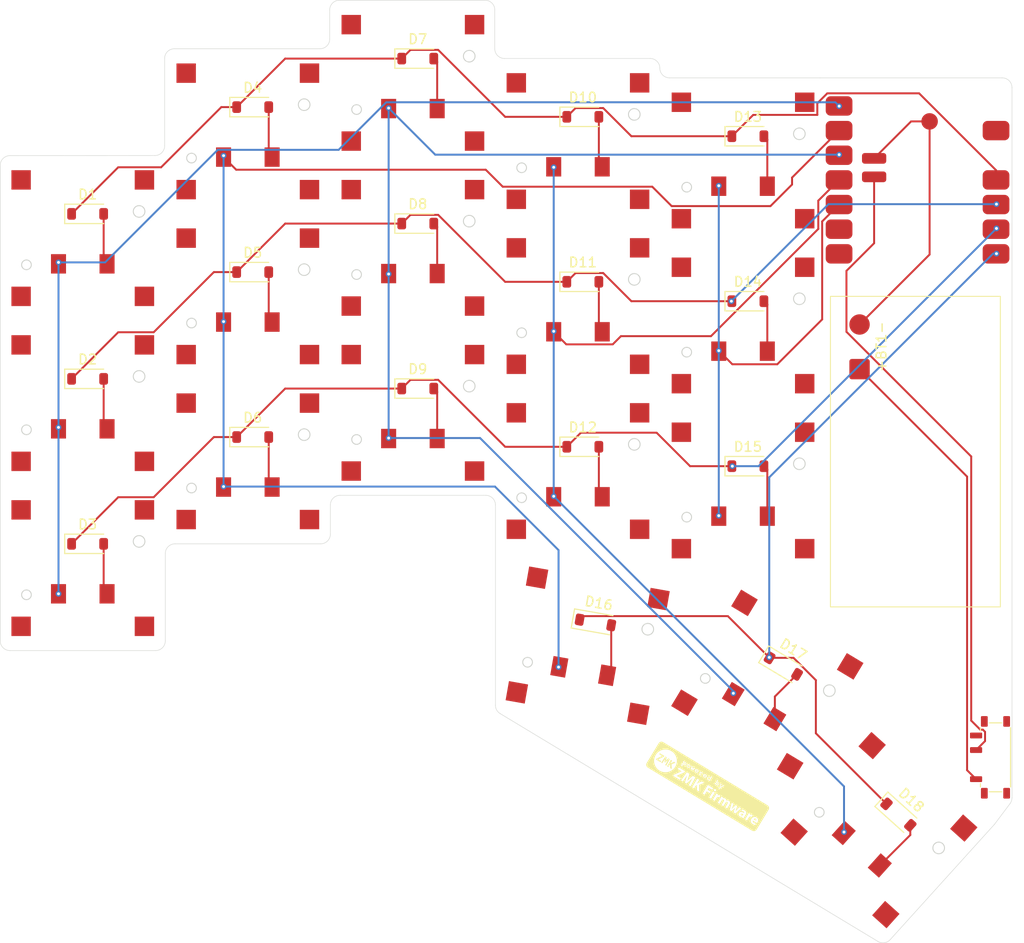
<source format=kicad_pcb>
(kicad_pcb (version 20240108) (generator "pcbnew") (generator_version "8.0")
  (layers (0 "F.Cu" signal) (31 "B.Cu" signal) (34 "B.Paste" user) (35 "F.Paste" user) (36 "B.SilkS" user "B.Silkscreen") (37 "F.SilkS" user "F.Silkscreen") (38 "B.Mask" user) (39 "F.Mask" user) (44 "Edge.Cuts" user))
  (net 0 "")
  (net 4 "Net-(BT1--)")
  (net 5 "Net-(BT1-+)")
  (net 6 "Net-(U2-BAT)")
  (net 7 "Net-(D1-A)")
  (net 8 "Net-(U2-P0.02_A0_D0)")
  (net 9 "Net-(D6-A)")
  (net 10 "Net-(D11-A)")
  (net 11 "Net-(U2-P0.03_A1_D1)")
  (net 12 "Net-(D2-A)")
  (net 13 "Net-(D7-A)")
  (net 14 "Net-(D12-A)")
  (net 15 "Net-(U2-P0.28_A2_D2)")
  (net 16 "Net-(D3-A)")
  (net 17 "Net-(D8-A)")
  (net 18 "Net-(D13-A)")
  (net 19 "Net-(U2-P0.29_A3_D3)")
  (net 20 "Net-(D4-A)")
  (net 21 "Net-(D9-A)")
  (net 22 "Net-(D14-A)")
  (net 23 "Net-(D5-A)")
  (net 24 "Net-(U2-P0.04_A4_D4_SDA)")
  (net 25 "Net-(D10-A)")
  (net 26 "Net-(D15-A)")
  (net 27 "Net-(D16-A)")
  (net 28 "Net-(D17-A)")
  (net 29 "Net-(D18-A)")
  (net 30 "Net-(D11-K)")
  (net 31 "Net-(D1-K)")
  (net 32 "Net-(D12-K)")
  (net 33 "Net-(D16-K)")
  (footprint "Diode_SMD:D_SOD-123" (layer "F.Cu") (at 68.5 6.5)
    (property "Reference" "D14")
    (property "Value" "1N4148W")
  )
  (footprint "Diode_SMD:D_SOD-123" (layer "F.Cu") (at 51.5 21.5)
    (property "Reference" "D12")
    (property "Value" "1N4148W")
  )
  (footprint "Diode_SMD:D_SOD-123" (layer "F.Cu") (at 68.5 -10.5)
    (property "Reference" "D13")
    (property "Value" "1N4148W")
  )
  (footprint "Diode_SMD:D_SOD-123" (layer "F.Cu") (at 17.5 -13.5)
    (property "Reference" "D4")
    (property "Value" "1N4148W")
  )
  (footprint "Diode_SMD:D_SOD-123" (layer "F.Cu") (at 72.15 44.1 -31)
    (property "Reference" "D17")
    (property "Value" "1N4148W")
  )
  (footprint "mikefive:CPG1316S01D02_mikeholscher" (layer "F.Cu") (at 70.5 46 -31)
    (property "Reference" "S17" (hide yes))
    (property "Value" "Keyswitch" (hide yes))
    (fp_circle (center -5.8 2.75) (end -5.3 2.75) (stroke (width 0.1)) (fill none) (layer "Edge.Cuts"))
    (fp_circle (center 5.8 -2.75) (end 6.4 -2.749999) (stroke (width 0.1)) (fill none) (layer "Edge.Cuts"))
  )
  (footprint "ScottoKeebs_Scotto:Standoff_M2x6mm" (layer "F.Cu") (at 79.5 35.5)
    (property "Reference" "H1" (hide yes))
    (property "Value" "Mounting_Hole" (hide yes))
  )
  (footprint "Diode_SMD:D_SOD-123" (layer "F.Cu") (at 51.5 4.5)
    (property "Reference" "D11")
    (property "Value" "1N4148W")
  )
  (footprint "Diode_SMD:D_SOD-123" (layer "F.Cu") (at 17.5 3.5)
    (property "Reference" "D5")
    (property "Value" "1N4148W")
  )
  (footprint "mikefive:CPG1316S01D02_mikeholscher" (layer "F.Cu") (at 34 1)
    (property "Reference" "S8" (hide yes))
    (property "Value" "Keyswitch" (hide yes))
    (fp_circle (center -5.8 2.75) (end -5.3 2.75) (stroke (width 0.1)) (fill none) (layer "Edge.Cuts"))
    (fp_circle (center 5.8 -2.75) (end 6.4 -2.75) (stroke (width 0.1)) (fill none) (layer "Edge.Cuts"))
  )
  (footprint "mikefive:CPG1316S01D02_mikeholscher" (layer "F.Cu") (at 17 -11)
    (property "Reference" "S4" (hide yes))
    (property "Value" "Keyswitch" (hide yes))
    (fp_circle (center -5.8 2.75) (end -5.3 2.75) (stroke (width 0.1)) (fill none) (layer "Edge.Cuts"))
    (fp_circle (center 5.8 -2.75) (end 6.4 -2.75) (stroke (width 0.1)) (fill none) (layer "Edge.Cuts"))
  )
  (footprint "mikefive:CPG1316S01D02_mikeholscher" (layer "F.Cu") (at 68 9)
    (property "Reference" "S14" (hide yes))
    (property "Value" "Keyswitch" (hide yes))
    (fp_circle (center -5.8 2.75) (end -5.3 2.75) (stroke (width 0.1)) (fill none) (layer "Edge.Cuts"))
    (fp_circle (center 5.8 -2.75) (end 6.4 -2.75) (stroke (width 0.1)) (fill none) (layer "Edge.Cuts"))
  )
  (footprint "ScottoKeebs_Scotto:Standoff_M2x6mm" (layer "F.Cu") (at 92 8.5)
    (property "Reference" "H2" (hide yes))
    (property "Value" "Mounting_Hole" (hide yes))
  )
  (footprint "mikefive:CPG1316S01D02_mikeholscher" (layer "F.Cu") (at 68 26)
    (property "Reference" "S15" (hide yes))
    (property "Value" "Keyswitch" (hide yes))
    (fp_circle (center -5.8 2.75) (end -5.3 2.75) (stroke (width 0.1)) (fill none) (layer "Edge.Cuts"))
    (fp_circle (center 5.8 -2.75) (end 6.4 -2.75) (stroke (width 0.1)) (fill none) (layer "Edge.Cuts"))
  )
  (footprint "mikefive:CPG1316S01D02_mikeholscher" (layer "F.Cu") (at 0 34)
    (property "Reference" "S3" (hide yes))
    (property "Value" "Keyswitch" (hide yes))
    (fp_circle (center -5.8 2.75) (end -5.3 2.75) (stroke (width 0.1)) (fill none) (layer "Edge.Cuts"))
    (fp_circle (center 5.8 -2.75) (end 6.4 -2.75) (stroke (width 0.1)) (fill none) (layer "Edge.Cuts"))
  )
  (footprint "mikefive:CPG1316S01D02_mikeholscher" (layer "F.Cu") (at 34 18)
    (property "Reference" "S9" (hide yes))
    (property "Value" "Keyswitch" (hide yes))
    (fp_circle (center -5.8 2.75) (end -5.3 2.75) (stroke (width 0.1)) (fill none) (layer "Edge.Cuts"))
    (fp_circle (center 5.8 -2.75) (end 6.4 -2.75) (stroke (width 0.1)) (fill none) (layer "Edge.Cuts"))
  )
  (footprint "mikefive:CPG1316S01D02_mikeholscher" (layer "F.Cu") (at 82 61 -42)
    (property "Reference" "S18" (hide yes))
    (property "Value" "Keyswitch" (hide yes))
    (fp_circle (center -5.8 2.75) (end -5.3 2.75) (stroke (width 0.1)) (fill none) (layer "Edge.Cuts"))
    (fp_circle (center 5.8 -2.75) (end 6.4 -2.75) (stroke (width 0.1)) (fill none) (layer "Edge.Cuts"))
  )
  (footprint "mikefive:CPG1316S01D02_mikeholscher" (layer "F.Cu") (at 51 24)
    (property "Reference" "S12" (hide yes))
    (property "Value" "Keyswitch" (hide yes))
    (fp_circle (center -5.8 2.75) (end -5.3 2.75) (stroke (width 0.1)) (fill none) (layer "Edge.Cuts"))
    (fp_circle (center 5.8 -2.75) (end 6.4 -2.75) (stroke (width 0.1)) (fill none) (layer "Edge.Cuts"))
  )
  (footprint "Diode_SMD:D_SOD-123" (layer "F.Cu") (at 17.5 20.5)
    (property "Reference" "D6")
    (property "Value" "1N4148W")
  )
  (footprint "Diode_SMD:D_SOD-123" (layer "F.Cu") (at 34.5 -18.5)
    (property "Reference" "D7")
    (property "Value" "1N4148W")
  )
  (footprint "mikefive:CPG1316S01D02_mikeholscher" (layer "F.Cu") (at 68 -8)
    (property "Reference" "S13" (hide yes))
    (property "Value" "Keyswitch" (hide yes))
    (fp_circle (center -5.8 2.75) (end -5.3 2.75) (stroke (width 0.1)) (fill none) (layer "Edge.Cuts"))
    (fp_circle (center 5.8 -2.75) (end 6.4 -2.75) (stroke (width 0.1)) (fill none) (layer "Edge.Cuts"))
  )
  (footprint "mikefive:CPG1316S01D02_mikeholscher" (layer "F.Cu") (at 0 0)
    (property "Reference" "S1" (hide yes))
    (property "Value" "Keyswitch" (hide yes))
    (fp_circle (center -5.8 2.75) (end -5.3 2.75) (stroke (width 0.1)) (fill none) (layer "Edge.Cuts"))
    (fp_circle (center 5.8 -2.75) (end 6.4 -2.75) (stroke (width 0.1)) (fill none) (layer "Edge.Cuts"))
  )
  (footprint "Project:Powered_By_ZMK" (layer "F.Cu") (at 59.487001 51.758451 -31.199)
    (property "Reference" "svg2mod" (hide yes))
    (property "Value" "G***" (hide yes))
  )
  (footprint "Diode_SMD:D_SOD-123" (layer "F.Cu") (at 34.5 -1.5)
    (property "Reference" "D8")
    (property "Value" "1N4148W")
  )
  (footprint "Diode_SMD:D_SOD-123" (layer "F.Cu") (at 51.5 -12.5)
    (property "Reference" "D10")
    (property "Value" "1N4148W")
  )
  (footprint "mikefive:CPG1316S01D02_mikeholscher" (layer "F.Cu") (at 17 6)
    (property "Reference" "S5" (hide yes))
    (property "Value" "Keyswitch" (hide yes))
    (fp_circle (center -5.8 2.75) (end -5.3 2.75) (stroke (width 0.1)) (fill none) (layer "Edge.Cuts"))
    (fp_circle (center 5.8 -2.75) (end 6.4 -2.75) (stroke (width 0.1)) (fill none) (layer "Edge.Cuts"))
  )
  (footprint "mikefive:CPG1316S01D02_mikeholscher" (layer "F.Cu") (at 17 23)
    (property "Reference" "S6" (hide yes))
    (property "Value" "Keyswitch" (hide yes))
    (fp_circle (center -5.8 2.75) (end -5.3 2.75) (stroke (width 0.1)) (fill none) (layer "Edge.Cuts"))
    (fp_circle (center 5.8 -2.75) (end 6.4 -2.75) (stroke (width 0.1)) (fill none) (layer "Edge.Cuts"))
  )
  (footprint "mikefive:CPG1316S01D02_mikeholscher" (layer "F.Cu") (at 51 -10)
    (property "Reference" "S10" (hide yes))
    (property "Value" "Keyswitch" (hide yes))
    (fp_circle (center -5.8 2.75) (end -5.3 2.75) (stroke (width 0.1)) (fill none) (layer "Edge.Cuts"))
    (fp_circle (center 5.8 -2.75) (end 6.4 -2.75) (stroke (width 0.1)) (fill none) (layer "Edge.Cuts"))
  )
  (footprint "ScottoKeebs_Components:Switch_MSK12C02" (layer "F.Cu") (at 94 53.5 -90)
    (property "Reference" "SW1" (hide yes))
    (property "Value" "Switch")
  )
  (footprint "Diode_SMD:D_SOD-123" (layer "F.Cu") (at 84 59.4 -42)
    (property "Reference" "D18")
    (property "Value" "1N4148W")
  )
  (footprint "Diode_SMD:D_SOD-123" (layer "F.Cu") (at 0.5 31.5)
    (property "Reference" "D3")
    (property "Value" "1N4148W")
  )
  (footprint "Diode_SMD:D_SOD-123" (layer "F.Cu") (at 34.5 15.5)
    (property "Reference" "D9")
    (property "Value" "1N4148W")
  )
  (footprint "mikefive:CPG1316S01D02_mikeholscher" (layer "F.Cu") (at 34 -16)
    (property "Reference" "S7" (hide yes))
    (property "Value" "Keyswitch" (hide yes))
    (fp_circle (center -5.8 2.75) (end -5.3 2.75) (stroke (width 0.1)) (fill none) (layer "Edge.Cuts"))
    (fp_circle (center 5.8 -2.75) (end 6.4 -2.75) (stroke (width 0.1)) (fill none) (layer "Edge.Cuts"))
  )
  (footprint "Diode_SMD:D_SOD-123" (layer "F.Cu") (at 0.5 -2.5)
    (property "Reference" "D1")
    (property "Value" "1N4148W")
  )
  (footprint "Diode_SMD:D_SOD-123" (layer "F.Cu") (at 0.5 14.5)
    (property "Reference" "D2")
    (property "Value" "1N4148W")
  )
  (footprint "Diode_SMD:D_SOD-123" (layer "F.Cu") (at 52.8 39.6 -10)
    (property "Reference" "D16")
    (property "Value" "1N4148W")
  )
  (footprint "Seeed XIAO:XIAO-nRF52840-SMD" (layer "F.Cu") (at 86 -6)
    (property "Reference" "U2" (hide yes))
    (property "Value" "XIAO-nRF52840-SMD")
  )
  (footprint "mikefive:CPG1316S01D02_mikeholscher" (layer "F.Cu") (at 0 17)
    (property "Reference" "S2" (hide yes))
    (property "Value" "Keyswitch" (hide yes))
    (fp_circle (center -5.8 2.75) (end -5.3 2.75) (stroke (width 0.1)) (fill none) (layer "Edge.Cuts"))
    (fp_circle (center 5.8 -2.75) (end 6.4 -2.75) (stroke (width 0.1)) (fill none) (layer "Edge.Cuts"))
  )
  (footprint "Diode_SMD:D_SOD-123" (layer "F.Cu") (at 68.5 23.5)
    (property "Reference" "D15")
    (property "Value" "1N4148W")
  )
  (footprint "mikefive:CPG1316S01D02_mikeholscher" (layer "F.Cu") (at 51 7)
    (property "Reference" "S11" (hide yes))
    (property "Value" "Keyswitch" (hide yes))
    (fp_circle (center -5.8 2.75) (end -5.3 2.75) (stroke (width 0.1)) (fill none) (layer "Edge.Cuts"))
    (fp_circle (center 5.8 -2.75) (end 6.4 -2.75) (stroke (width 0.1)) (fill none) (layer "Edge.Cuts"))
  )
  (footprint "mikefive:CPG1316S01D02_mikeholscher" (layer "F.Cu") (at 52 42 -10)
    (property "Reference" "S16" (hide yes))
    (property "Value" "Keyswitch" (hide yes))
    (fp_circle (center -5.8 2.75) (end -5.3 2.75) (stroke (width 0.1)) (fill none) (layer "Edge.Cuts"))
    (fp_circle (center 5.8 -2.75) (end 6.4 -2.75) (stroke (width 0.1)) (fill none) (layer "Edge.Cuts"))
  )
  (footprint "KiCAD_Wire:SolderWire-0.5sqmm_1x02_P4.6mm_D0.9mm_OD2.1mm" (layer "F.Cu") (at 80 13.5 90)
    (property "Reference" "+BT1-")
    (property "Value" "Battery_Cell")
  )
  (gr_rect (start 77 6) (end 94.5 38) (stroke (width 0.1)) (fill none) (layer "F.SilkS"))
  (gr_arc (start 8.5 32.5) (mid 8.792893 31.792893) (end 9.5 31.5) (stroke (width 0.05)) (layer "Edge.Cuts"))
  (gr_line (start 8.5 41.5) (end 8.5 32.5) (stroke (width 0.05)) (layer "Edge.Cuts"))
  (gr_line (start 83.152773 72.288526) (end 93.869292 60.433969) (stroke (width 0.05)) (layer "Edge.Cuts"))
  (gr_arc (start 93.927475 60.363367) (mid 93.899191 60.399334) (end 93.869292 60.433969) (stroke (width 0.05)) (layer "Edge.Cuts"))
  (gr_arc (start 25.5 27.5) (mid 25.792893 26.792893) (end 26.5 26.5) (stroke (width 0.05)) (layer "Edge.Cuts"))
  (gr_arc (start 95.7 57.666667) (mid 95.648693 57.9829) (end 95.5 58.266667) (stroke (width 0.05)) (layer "Edge.Cuts"))
  (gr_line (start 75.930935 -16.512612) (end 60.430935 -16.512612) (stroke (width 0.05)) (layer "Edge.Cuts"))
  (gr_line (start 24.430935 -19.512612) (end 9.430935 -19.512612) (stroke (width 0.05)) (layer "Edge.Cuts"))
  (gr_line (start -8.5 -7.500745) (end -8.5 41.5) (stroke (width 0.05)) (layer "Edge.Cuts"))
  (gr_arc (start 25.5 30.5) (mid 25.207107 31.207107) (end 24.5 31.5) (stroke (width 0.05)) (layer "Edge.Cuts"))
  (gr_line (start 42.983308 48.991672) (end 81.894264 72.474094) (stroke (width 0.05)) (layer "Edge.Cuts"))
  (gr_arc (start -8.5 -7.500745) (mid -8.20737 -8.207588) (end -7.500745 -8.500744) (stroke (width 0.05)) (layer "Edge.Cuts"))
  (gr_line (start 58.430935 -18.512612) (end 43.430935 -18.512612) (stroke (width 0.05)) (layer "Edge.Cuts"))
  (gr_line (start 26.5 26.5) (end 41.5 26.5) (stroke (width 0.05)) (layer "Edge.Cuts"))
  (gr_arc (start 83.152773 72.288526) (mid 82.556836 72.607192) (end 81.894264 72.474094) (stroke (width 0.05)) (layer "Edge.Cuts"))
  (gr_line (start 42.430935 -19.512612) (end 42.430935 -23.512612) (stroke (width 0.05)) (layer "Edge.Cuts"))
  (gr_line (start -7.5 42.5) (end 7.5 42.5) (stroke (width 0.05)) (layer "Edge.Cuts"))
  (gr_arc (start 8.430935 -18.512612) (mid 8.723828 -19.219719) (end 9.430935 -19.512612) (stroke (width 0.05)) (layer "Edge.Cuts"))
  (gr_line (start 93.927475 60.363367) (end 95.5 58.266667) (stroke (width 0.05)) (layer "Edge.Cuts"))
  (gr_line (start 8.430935 -18.512612) (end 8.430935 -9.511867) (stroke (width 0.05)) (layer "Edge.Cuts"))
  (gr_line (start 7.43168 -8.511868) (end -7.500745 -8.500744) (stroke (width 0.05)) (layer "Edge.Cuts"))
  (gr_arc (start 41.430935 -24.512612) (mid 42.138023 -24.219707) (end 42.430935 -23.512612) (stroke (width 0.05)) (layer "Edge.Cuts"))
  (gr_arc (start 43.430935 -18.512612) (mid 42.723828 -18.805505) (end 42.430935 -19.512612) (stroke (width 0.05)) (layer "Edge.Cuts"))
  (gr_line (start 42.5 27.5) (end 42.5 48.135501) (stroke (width 0.05)) (layer "Edge.Cuts"))
  (gr_line (start 41.430935 -24.512612) (end 26.430935 -24.512612) (stroke (width 0.05)) (layer "Edge.Cuts"))
  (gr_arc (start 25.430935 -20.512612) (mid 25.138042 -19.805505) (end 24.430935 -19.512612) (stroke (width 0.05)) (layer "Edge.Cuts"))
  (gr_arc (start 8.430935 -9.511867) (mid 8.138305 -8.805024) (end 7.43168 -8.511868) (stroke (width 0.05)) (layer "Edge.Cuts"))
  (gr_arc (start 60.430935 -16.512612) (mid 59.723828 -16.805505) (end 59.430935 -17.512612) (stroke (width 0.05)) (layer "Edge.Cuts"))
  (gr_line (start 25.430935 -23.512612) (end 25.430935 -20.512612) (stroke (width 0.05)) (layer "Edge.Cuts"))
  (gr_arc (start 8.5 41.5) (mid 8.207107 42.207107) (end 7.5 42.5) (stroke (width 0.05)) (layer "Edge.Cuts"))
  (gr_arc (start 58.430935 -18.512612) (mid 59.138023 -18.219707) (end 59.430935 -17.512612) (stroke (width 0.05)) (layer "Edge.Cuts"))
  (gr_arc (start 42.983308 48.991672) (mid 42.629169 48.627084) (end 42.5 48.135501) (stroke (width 0.05)) (layer "Edge.Cuts"))
  (gr_line (start 94.7 -16.512612) (end 75.930935 -16.512612) (stroke (width 0.05)) (layer "Edge.Cuts"))
  (gr_arc (start 25.430935 -23.512612) (mid 25.723835 -24.219699) (end 26.430935 -24.512612) (stroke (width 0.05)) (layer "Edge.Cuts"))
  (gr_arc (start 41.5 26.5) (mid 42.207107 26.792893) (end 42.5 27.5) (stroke (width 0.05)) (layer "Edge.Cuts"))
  (gr_arc (start -7.5 42.5) (mid -8.207107 42.207107) (end -8.5 41.5) (stroke (width 0.05)) (layer "Edge.Cuts"))
  (gr_line (start 95.7 57.666667) (end 95.7 -15.512612) (stroke (width 0.05)) (layer "Edge.Cuts"))
  (gr_line (start 9.5 31.5) (end 24.5 31.5) (stroke (width 0.05)) (layer "Edge.Cuts"))
  (gr_arc (start 94.7 -16.512612) (mid 95.407111 -16.21972) (end 95.7 -15.512612) (stroke (width 0.05)) (layer "Edge.Cuts"))
  (gr_line (start 25.5 30.5) (end 25.5 27.5) (stroke (width 0.05)) (layer "Edge.Cuts"))
  (segment (start 87.215 -12.0285) (end 85.31 -12.0285) (width 0.2) (layer "F.Cu") (net 4))
  (segment (start 85.31 -12.0285) (end 81.5 -8.2185) (width 0.2) (layer "F.Cu") (net 4))
  (segment (start 87.215 1.685) (end 80 8.9) (width 0.2) (layer "F.Cu") (net 4))
  (segment (start 87.215 -12.0285) (end 87.215 1.685) (width 0.2) (layer "F.Cu") (net 4))
  (segment (start 91.075 54.825) (end 91.075 24.575) (width 0.2) (layer "F.Cu") (net 5))
  (segment (start 92 55.75) (end 91.075 54.825) (width 0.2) (layer "F.Cu") (net 5))
  (segment (start 91.075 24.575) (end 80 13.5) (width 0.2) (layer "F.Cu") (net 5))
  (segment (start 81.5 0.523642) (end 81.5 -6.3135) (width 0.2) (layer "F.Cu") (net 6))
  (segment (start 92.699036 50.65) (end 92.434334 50.65) (width 0.2) (layer "F.Cu") (net 6))
  (segment (start 91.5 22.5) (end 78.65 9.65) (width 0.2) (layer "F.Cu") (net 6))
  (segment (start 92.434334 50.65) (end 91.5 49.715666) (width 0.2) (layer "F.Cu") (net 6))
  (segment (start 78.65 3.373642) (end 81.5 0.523642) (width 0.2) (layer "F.Cu") (net 6))
  (segment (start 92 52.75) (end 92.925 51.825) (width 0.2) (layer "F.Cu") (net 6))
  (segment (start 92.925 50.875964) (end 92.699036 50.65) (width 0.2) (layer "F.Cu") (net 6))
  (segment (start 91.5 49.715666) (end 91.5 22.5) (width 0.2) (layer "F.Cu") (net 6))
  (segment (start 78.65 9.65) (end 78.65 3.373642) (width 0.2) (layer "F.Cu") (net 6))
  (segment (start 92.925 51.825) (end 92.925 50.875964) (width 0.2) (layer "F.Cu") (net 6))
  (segment (start 2.15 2.3) (end 2.5 2.65) (width 0.2) (layer "F.Cu") (net 7))
  (segment (start 2.15 -2.5) (end 2.15 2.3) (width 0.2) (layer "F.Cu") (net 7))
  (segment (start -2.5 2.65) (end -2.5 2.5) (width 0.2) (layer "F.Cu") (net 8))
  (segment (start 77.89 -13.62) (end 77.89 -13.61) (width 0.2) (layer "F.Cu") (net 8))
  (segment (start -2.5 19.65) (end -2.5 19.5) (width 0.2) (layer "F.Cu") (net 8))
  (segment (start 77.89 -13.61) (end 77.9 -13.6) (width 0.2) (layer "F.Cu") (net 8))
  (via (at -2.5 36.65) (size 0.6) (drill 0.3) (layers "F.Cu" "B.Cu") (net 8))
  (via (at 77.9 -13.6) (size 0.6) (drill 0.3) (layers "F.Cu" "B.Cu") (net 8))
  (via (at -2.5 19.5) (size 0.6) (drill 0.3) (layers "F.Cu" "B.Cu") (net 8))
  (via (at -2.5 2.5) (size 0.6) (drill 0.3) (layers "F.Cu" "B.Cu") (net 8))
  (segment (start -2.5 19.5) (end -2.5 36.65) (width 0.2) (layer "B.Cu") (net 8))
  (segment (start 13.9 -9.1) (end 2.3 2.5) (width 0.2) (layer "B.Cu") (net 8))
  (segment (start 77.9 -13.6) (end 77.5 -14) (width 0.2) (layer "B.Cu") (net 8))
  (segment (start 77.5 -14) (end 31.251471 -14) (width 0.2) (layer "B.Cu") (net 8))
  (segment (start 26.351471 -9.1) (end 13.9 -9.1) (width 0.2) (layer "B.Cu") (net 8))
  (segment (start -2.5 2.5) (end -2.5 19.5) (width 0.2) (layer "B.Cu") (net 8))
  (segment (start 2.3 2.5) (end -2.5 2.5) (width 0.2) (layer "B.Cu") (net 8))
  (segment (start 31.251471 -14) (end 26.351471 -9.1) (width 0.2) (layer "B.Cu") (net 8))
  (segment (start 19.15 20.5) (end 19.15 25.3) (width 0.2) (layer "F.Cu") (net 9))
  (segment (start 19.15 25.3) (end 19.5 25.65) (width 0.2) (layer "F.Cu") (net 9))
  (segment (start 53.15 9.3) (end 53.5 9.65) (width 0.2) (layer "F.Cu") (net 10))
  (segment (start 53.15 4.5) (end 53.15 9.3) (width 0.2) (layer "F.Cu") (net 10))
  (segment (start 58.65 -5.3) (end 43.25 -5.3) (width 0.2) (layer "F.Cu") (net 11))
  (segment (start 73.05 -5.525) (end 70.825 -3.3) (width 0.2) (layer "F.Cu") (net 11))
  (segment (start 70.825 -3.3) (end 60.65 -3.3) (width 0.2) (layer "F.Cu") (net 11))
  (segment (start 77.89 -11.08) (end 73.05 -6.24) (width 0.2) (layer "F.Cu") (net 11))
  (segment (start 14.5 -8.35) (end 14.5 -8.5) (width 0.2) (layer "F.Cu") (net 11))
  (segment (start 41.5 -7.05) (end 15.8 -7.05) (width 0.2) (layer "F.Cu") (net 11))
  (segment (start 14.5 8.65) (end 14.5 8.6) (width 0.2) (layer "F.Cu") (net 11))
  (segment (start 73.05 -6.24) (end 73.05 -5.525) (width 0.2) (layer "F.Cu") (net 11))
  (segment (start 49.077813 44.17562) (end 49.02438 44.17562) (width 0.2) (layer "F.Cu") (net 11))
  (segment (start 49.02438 44.17562) (end 49 44.2) (width 0.2) (layer "F.Cu") (net 11))
  (segment (start 60.65 -3.3) (end 58.65 -5.3) (width 0.2) (layer "F.Cu") (net 11))
  (segment (start 15.8 -7.05) (end 14.5 -8.35) (width 0.2) (layer "F.Cu") (net 11))
  (segment (start 43.25 -5.3) (end 41.5 -7.05) (width 0.2) (layer "F.Cu") (net 11))
  (via (at 49 44.2) (size 0.6) (drill 0.3) (layers "F.Cu" "B.Cu") (net 11))
  (via (at 14.5 25.6) (size 0.6) (drill 0.3) (layers "F.Cu" "B.Cu") (net 11))
  (via (at 14.5 8.6) (size 0.6) (drill 0.3) (layers "F.Cu" "B.Cu") (net 11))
  (via (at 14.5 -8.5) (size 0.6) (drill 0.3) (layers "F.Cu" "B.Cu") (net 11))
  (segment (start 49 44.2) (end 49 32.151472) (width 0.2) (layer "B.Cu") (net 11))
  (segment (start 42.448528 25.6) (end 14.5 25.6) (width 0.2) (layer "B.Cu") (net 11))
  (segment (start 14.5 -8.5) (end 14.5 8.6) (width 0.2) (layer "B.Cu") (net 11))
  (segment (start 14.5 8.6) (end 14.5 25.6) (width 0.2) (layer "B.Cu") (net 11))
  (segment (start 49 32.151472) (end 42.448528 25.6) (width 0.2) (layer "B.Cu") (net 11))
  (segment (start 2.15 14.5) (end 2.15 19.3) (width 0.2) (layer "F.Cu") (net 12))
  (segment (start 2.15 19.3) (end 2.5 19.65) (width 0.2) (layer "F.Cu") (net 12))
  (segment (start 36.5 -13.35) (end 36.5 -18.15) (width 0.2) (layer "F.Cu") (net 13))
  (segment (start 36.5 -18.15) (end 36.15 -18.5) (width 0.2) (layer "F.Cu") (net 13))
  (segment (start 53.15 26.3) (end 53.5 26.65) (width 0.2) (layer "F.Cu") (net 14))
  (segment (start 53.15 21.5) (end 53.15 26.3) (width 0.2) (layer "F.Cu") (net 14))
  (segment (start 31.5 3.65) (end 31.5 3.7) (width 0.2) (layer "F.Cu") (net 15))
  (segment (start 66.99223 46.983898) (end 66.99223 46.90777) (width 0.2) (layer "F.Cu") (net 15))
  (segment (start 77.89 -8.59) (end 77.9 -8.6) (width 0.2) (layer "F.Cu") (net 15))
  (segment (start 31.5 -13.35) (end 31.5 -13.4) (width 0.2) (layer "F.Cu") (net 15))
  (segment (start 66.99223 46.90777) (end 67 46.9) (width 0.2) (layer "F.Cu") (net 15))
  (segment (start 77.89 -8.54) (end 77.89 -8.59) (width 0.2) (layer "F.Cu") (net 15))
  (via (at 31.5 -13.4) (size 0.6) (drill 0.3) (layers "F.Cu" "B.Cu") (net 15))
  (via (at 77.9 -8.6) (size 0.6) (drill 0.3) (layers "F.Cu" "B.Cu") (net 15))
  (via (at 31.5 20.6) (size 0.6) (drill 0.3) (layers "F.Cu" "B.Cu") (net 15))
  (via (at 31.5 3.7) (size 0.6) (drill 0.3) (layers "F.Cu" "B.Cu") (net 15))
  (via (at 67 46.9) (size 0.6) (drill 0.3) (layers "F.Cu" "B.Cu") (net 15))
  (segment (start 67 46.68411) (end 40.91589 20.6) (width 0.2) (layer "B.Cu") (net 15))
  (segment (start 40.91589 20.6) (end 31.5 20.6) (width 0.2) (layer "B.Cu") (net 15))
  (segment (start 36.3 -8.6) (end 31.5 -13.4) (width 0.2) (layer "B.Cu") (net 15))
  (segment (start 31.5 -13.4) (end 31.5 3.7) (width 0.2) (layer "B.Cu") (net 15))
  (segment (start 67 46.9) (end 67 46.68411) (width 0.2) (layer "B.Cu") (net 15))
  (segment (start 77.9 -8.6) (end 36.3 -8.6) (width 0.2) (layer "B.Cu") (net 15))
  (segment (start 31.5 3.7) (end 31.5 20.6) (width 0.2) (layer "B.Cu") (net 15))
  (segment (start 2.15 36.3) (end 2.5 36.65) (width 0.2) (layer "F.Cu") (net 16))
  (segment (start 2.15 31.5) (end 2.15 36.3) (width 0.2) (layer "F.Cu") (net 16))
  (segment (start 36.5 -1.15) (end 36.15 -1.5) (width 0.2) (layer "F.Cu") (net 17))
  (segment (start 36.5 3.65) (end 36.5 -1.15) (width 0.2) (layer "F.Cu") (net 17))
  (segment (start 70.5 -5.35) (end 70.5 -10.15) (width 0.2) (layer "F.Cu") (net 18))
  (segment (start 70.5 -10.15) (end 70.15 -10.5) (width 0.2) (layer "F.Cu") (net 18))
  (segment (start 78.368941 61.231059) (end 78.4 61.2) (width 0.2) (layer "F.Cu") (net 19))
  (segment (start 75.75 -0.95) (end 64.7 10.1) (width 0.2) (layer "F.Cu") (net 19))
  (segment (start 54.575 10.95) (end 49.8 10.95) (width 0.2) (layer "F.Cu") (net 19))
  (segment (start 55.425 10.1) (end 54.575 10.95) (width 0.2) (layer "F.Cu") (net 19))
  (segment (start 75.75 -3.86) (end 75.75 -0.95) (width 0.2) (layer "F.Cu") (net 19))
  (segment (start 64.7 10.1) (end 55.425 10.1) (width 0.2) (layer "F.Cu") (net 19))
  (segment (start 49.8 10.95) (end 48.5 9.65) (width 0.2) (layer "F.Cu") (net 19))
  (segment (start 48.5 9.65) (end 48.5 9.6) (width 0.2) (layer "F.Cu") (net 19))
  (segment (start 78.368941 61.296507) (end 78.368941 61.231059) (width 0.2) (layer "F.Cu") (net 19))
  (segment (start 77.89 -6) (end 75.75 -3.86) (width 0.2) (layer "F.Cu") (net 19))
  (segment (start 48.5 -7.35) (end 48.5 -7.3) (width 0.2) (layer "F.Cu") (net 19))
  (via (at 78.4 61.2) (size 0.6) (drill 0.3) (layers "F.Cu" "B.Cu") (net 19))
  (via (at 48.5 -7.3) (size 0.6) (drill 0.3) (layers "F.Cu" "B.Cu") (net 19))
  (via (at 48.5 26.6) (size 0.6) (drill 0.3) (layers "F.Cu" "B.Cu") (net 19))
  (via (at 48.5 9.6) (size 0.6) (drill 0.3) (layers "F.Cu" "B.Cu") (net 19))
  (segment (start 78.4 61.2) (end 78.4 56.5) (width 0.2) (layer "B.Cu") (net 19))
  (segment (start 48.5 9.6) (end 48.5 26.6) (width 0.2) (layer "B.Cu") (net 19))
  (segment (start 78.4 56.5) (end 48.5 26.6) (width 0.2) (layer "B.Cu") (net 19))
  (segment (start 48.5 -7.3) (end 48.5 9.6) (width 0.2) (layer "B.Cu") (net 19))
  (segment (start 19.15 -13.5) (end 19.15 -8.7) (width 0.2) (layer "F.Cu") (net 20))
  (segment (start 19.15 -8.7) (end 19.5 -8.35) (width 0.2) (layer "F.Cu") (net 20))
  (segment (start 36.5 15.85) (end 36.15 15.5) (width 0.2) (layer "F.Cu") (net 21))
  (segment (start 36.5 20.65) (end 36.5 15.85) (width 0.2) (layer "F.Cu") (net 21))
  (segment (start 70.5 6.85) (end 70.15 6.5) (width 0.2) (layer "F.Cu") (net 22))
  (segment (start 70.5 11.65) (end 70.5 6.85) (width 0.2) (layer "F.Cu") (net 22))
  (segment (start 19.15 8.3) (end 19.5 8.65) (width 0.2) (layer "F.Cu") (net 23))
  (segment (start 19.15 3.5) (end 19.15 8.3) (width 0.2) (layer "F.Cu") (net 23))
  (segment (start 65.5 11.65) (end 65.5 11.6) (width 0.2) (layer "F.Cu") (net 24))
  (segment (start 77.89 -3.46) (end 76.15 -1.72) (width 0.2) (layer "F.Cu") (net 24))
  (segment (start 76.15 -1.72) (end 76.15 8.375) (width 0.2) (layer "F.Cu") (net 24))
  (segment (start 71.525 13) (end 66.9 13) (width 0.2) (layer "F.Cu") (net 24))
  (segment (start 66.9 13) (end 65.5 11.6) (width 0.2) (layer "F.Cu") (net 24))
  (segment (start 76.15 8.375) (end 71.525 13) (width 0.2) (layer "F.Cu") (net 24))
  (segment (start 65.5 -5.35) (end 65.5 -5.4) (width 0.2) (layer "F.Cu") (net 24))
  (via (at 65.5 11.6) (size 0.6) (drill 0.3) (layers "F.Cu" "B.Cu") (net 24))
  (via (at 65.5 -5.4) (size 0.6) (drill 0.3) (layers "F.Cu" "B.Cu") (net 24))
  (via (at 65.5 28.6) (size 0.6) (drill 0.3) (layers "F.Cu" "B.Cu") (net 24))
  (segment (start 65.5 -5.4) (end 65.5 11.6) (width 0.2) (layer "B.Cu") (net 24))
  (segment (start 65.5 11.6) (end 65.5 28.6) (width 0.2) (layer "B.Cu") (net 24))
  (segment (start 53.15 -12.5) (end 53.15 -7.7) (width 0.2) (layer "F.Cu") (net 25))
  (segment (start 53.15 -7.7) (end 53.5 -7.35) (width 0.2) (layer "F.Cu") (net 25))
  (segment (start 70.5 23.85) (end 70.15 23.5) (width 0.2) (layer "F.Cu") (net 26))
  (segment (start 70.5 28.65) (end 70.5 23.85) (width 0.2) (layer "F.Cu") (net 26))
  (segment (start 54.424933 44.620779) (end 54.001851 45.043861) (width 0.2) (layer "F.Cu") (net 27))
  (segment (start 54.424933 39.886519) (end 54.424933 44.620779) (width 0.2) (layer "F.Cu") (net 27))
  (segment (start 71.278066 49.559088) (end 71.278066 47.236073) (width 0.2) (layer "F.Cu") (net 28))
  (segment (start 71.278066 47.236073) (end 73.564326 44.949813) (width 0.2) (layer "F.Cu") (net 28))
  (segment (start 82.084665 64.64216) (end 85.226189 61.500636) (width 0.2) (layer "F.Cu") (net 29))
  (segment (start 85.226189 61.500636) (end 85.226189 60.504066) (width 0.2) (layer "F.Cu") (net 29))
  (segment (start 33.75 -2.4) (end 36.598696 -2.4) (width 0.2) (layer "F.Cu") (net 30))
  (segment (start 3.65 9.7) (end 7.3 9.7) (width 0.2) (layer "F.Cu") (net 30))
  (segment (start -1.15 14.5) (end 3.65 9.7) (width 0.2) (layer "F.Cu") (net 30))
  (segment (start 43.498696 4.5) (end 49.85 4.5) (width 0.2) (layer "F.Cu") (net 30))
  (segment (start 94.06 -3.46) (end 94.1 -3.5) (width 0.2) (layer "F.Cu") (net 30))
  (segment (start 49.85 4.5) (end 50.75 3.6) (width 0.2) (layer "F.Cu") (net 30))
  (segment (start 50.75 3.6) (end 53.598696 3.6) (width 0.2) (layer "F.Cu") (net 30))
  (segment (start 32.85 -1.5) (end 33.75 -2.4) (width 0.2) (layer "F.Cu") (net 30))
  (segment (start 15.85 3.5) (end 20.85 -1.5) (width 0.2) (layer "F.Cu") (net 30))
  (segment (start 56.498696 6.5) (end 66.85 6.5) (width 0.2) (layer "F.Cu") (net 30))
  (segment (start 7.3 9.7) (end 13.5 3.5) (width 0.2) (layer "F.Cu") (net 30))
  (segment (start 94.055 -3.46) (end 94.06 -3.46) (width 0.2) (layer "F.Cu") (net 30))
  (segment (start 53.598696 3.6) (end 56.498696 6.5) (width 0.2) (layer "F.Cu") (net 30))
  (segment (start 20.85 -1.5) (end 32.85 -1.5) (width 0.2) (layer "F.Cu") (net 30))
  (segment (start 36.598696 -2.4) (end 43.498696 4.5) (width 0.2) (layer "F.Cu") (net 30))
  (segment (start 13.5 3.5) (end 15.85 3.5) (width 0.2) (layer "F.Cu") (net 30))
  (via (at 94.1 -3.5) (size 0.6) (drill 0.3) (layers "F.Cu" "B.Cu") (net 30))
  (via (at 66.8 6.5) (size 0.6) (drill 0.3) (layers "F.Cu" "B.Cu") (net 30))
  (segment (start 94.1 -3.5) (end 76.8 -3.5) (width 0.2) (layer "B.Cu") (net 30))
  (segment (start 76.8 -3.5) (end 66.8 6.5) (width 0.2) (layer "B.Cu") (net 30))
  (segment (start 3.65 -7.3) (end 8.066851 -7.3) (width 0.2) (layer "F.Cu") (net 31))
  (segment (start 76.676358 -14.92) (end 75.65 -13.893642) (width 0.2) (layer "F.Cu") (net 31))
  (segment (start 49.85 -12.5) (end 50.75 -13.4) (width 0.2) (layer "F.Cu") (net 31))
  (segment (start 33.75 -19.4) (end 36.598696 -19.4) (width 0.2) (layer "F.Cu") (net 31))
  (segment (start 75.65 -12.7) (end 69.05 -12.7) (width 0.2) (layer "F.Cu") (net 31))
  (segment (start 15.85 -13.5) (end 20.85 -18.5) (width 0.2) (layer "F.Cu") (net 31))
  (segment (start 69.05 -12.7) (end 66.85 -10.5) (width 0.2) (layer "F.Cu") (net 31))
  (segment (start -1.15 -2.5) (end 3.65 -7.3) (width 0.2) (layer "F.Cu") (net 31))
  (segment (start 36.598696 -19.4) (end 43.498696 -12.5) (width 0.2) (layer "F.Cu") (net 31))
  (segment (start 8.066851 -7.3) (end 14.266851 -13.5) (width 0.2) (layer "F.Cu") (net 31))
  (segment (start 14.266851 -13.5) (end 15.85 -13.5) (width 0.2) (layer "F.Cu") (net 31))
  (segment (start 20.85 -18.5) (end 32.85 -18.5) (width 0.2) (layer "F.Cu") (net 31))
  (segment (start 43.498696 -12.5) (end 49.85 -12.5) (width 0.2) (layer "F.Cu") (net 31))
  (segment (start 86.135 -14.92) (end 76.676358 -14.92) (width 0.2) (layer "F.Cu") (net 31))
  (segment (start 56.498696 -10.5) (end 66.85 -10.5) (width 0.2) (layer "F.Cu") (net 31))
  (segment (start 94.055 -7) (end 86.135 -14.92) (width 0.2) (layer "F.Cu") (net 31))
  (segment (start 75.65 -13.893642) (end 75.65 -12.7) (width 0.2) (layer "F.Cu") (net 31))
  (segment (start 53.598696 -13.4) (end 56.498696 -10.5) (width 0.2) (layer "F.Cu") (net 31))
  (segment (start 32.85 -18.5) (end 33.75 -19.4) (width 0.2) (layer "F.Cu") (net 31))
  (segment (start 50.75 -13.4) (end 53.598696 -13.4) (width 0.2) (layer "F.Cu") (net 31))
  (segment (start 94.055 -6) (end 94.055 -7) (width 0.2) (layer "F.Cu") (net 31))
  (segment (start 15.85 20.5) (end 20.85 15.5) (width 0.2) (layer "F.Cu") (net 32))
  (segment (start 59.097567 20.047567) (end 62.55 23.5) (width 0.2) (layer "F.Cu") (net 32))
  (segment (start 33.75 14.6) (end 36.598696 14.6) (width 0.2) (layer "F.Cu") (net 32))
  (segment (start 94.055 -0.92) (end 94.055 -0.955) (width 0.2) (layer "F.Cu") (net 32))
  (segment (start -1.15 31.5) (end 3.65 26.7) (width 0.2) (layer "F.Cu") (net 32))
  (segment (start 32.85 15.5) (end 33.75 14.6) (width 0.2) (layer "F.Cu") (net 32))
  (segment (start 7.3 26.7) (end 13.5 20.5) (width 0.2) (layer "F.Cu") (net 32))
  (segment (start 51.302433 20.047567) (end 59.097567 20.047567) (width 0.2) (layer "F.Cu") (net 32))
  (segment (start 43.498696 21.5) (end 49.85 21.5) (width 0.2) (layer "F.Cu") (net 32))
  (segment (start 20.85 15.5) (end 32.85 15.5) (width 0.2) (layer "F.Cu") (net 32))
  (segment (start 3.65 26.7) (end 7.3 26.7) (width 0.2) (layer "F.Cu") (net 32))
  (segment (start 49.85 21.5) (end 51.302433 20.047567) (width 0.2) (layer "F.Cu") (net 32))
  (segment (start 94.055 -0.955) (end 94.1 -1) (width 0.2) (layer "F.Cu") (net 32))
  (segment (start 13.5 20.5) (end 15.85 20.5) (width 0.2) (layer "F.Cu") (net 32))
  (segment (start 36.598696 14.6) (end 43.498696 21.5) (width 0.2) (layer "F.Cu") (net 32))
  (segment (start 62.55 23.5) (end 66.85 23.5) (width 0.2) (layer "F.Cu") (net 32))
  (via (at 66.9 23.5) (size 0.6) (drill 0.3) (layers "F.Cu" "B.Cu") (net 32))
  (via (at 94.1 -1) (size 0.6) (drill 0.3) (layers "F.Cu" "B.Cu") (net 32))
  (segment (start 69.6 23.5) (end 66.9 23.5) (width 0.2) (layer "B.Cu") (net 32))
  (segment (start 94.1 -1) (end 69.6 23.5) (width 0.2) (layer "B.Cu") (net 32))
  (segment (start 70.735674 43.250187) (end 73.201389 43.250187) (width 0.2) (layer "F.Cu") (net 33))
  (segment (start 75.5 51.022123) (end 82.773811 58.295934) (width 0.2) (layer "F.Cu") (net 33))
  (segment (start 51.175067 39.313481) (end 51.535833 38.952715) (width 0.2) (layer "F.Cu") (net 33))
  (segment (start 94.055 1.62) (end 94.08 1.62) (width 0.2) (layer "F.Cu") (net 33))
  (segment (start 66.438202 38.952715) (end 70.735674 43.250187) (width 0.2) (layer "F.Cu") (net 33))
  (segment (start 94.08 1.62) (end 94.1 1.6) (width 0.2) (layer "F.Cu") (net 33))
  (segment (start 51.535833 38.952715) (end 66.438202 38.952715) (width 0.2) (layer "F.Cu") (net 33))
  (segment (start 75.5 45.548798) (end 75.5 51.022123) (width 0.2) (layer "F.Cu") (net 33))
  (segment (start 73.201389 43.250187) (end 75.5 45.548798) (width 0.2) (layer "F.Cu") (net 33))
  (via (at 94.1 1.6) (size 0.6) (drill 0.3) (layers "F.Cu" "B.Cu") (net 33))
  (via (at 70.7 43.2) (size 0.6) (drill 0.3) (layers "F.Cu" "B.Cu") (net 33))
  (segment (start 93.749501 1.6) (end 70.7 24.649501) (width 0.2) (layer "B.Cu") (net 33))
  (segment (start 94.1 1.6) (end 93.749501 1.6) (width 0.2) (layer "B.Cu") (net 33))
  (segment (start 70.7 24.649501) (end 70.7 43.2) (width 0.2) (layer "B.Cu") (net 33))
)
</source>
